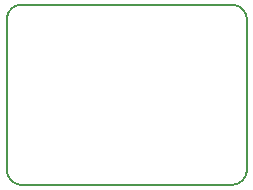
<source format=gko>
G04*
G04 #@! TF.GenerationSoftware,Altium Limited,Altium Designer,23.2.1 (34)*
G04*
G04 Layer_Color=16711935*
%FSLAX44Y44*%
%MOMM*%
G71*
G04*
G04 #@! TF.SameCoordinates,7A8B7A28-FB81-42DE-AEC7-513869FFDE84*
G04*
G04*
G04 #@! TF.FilePolarity,Positive*
G04*
G01*
G75*
%ADD39C,0.1270*%
D39*
X85392Y72091D02*
G03*
X86044Y72074I652J12569D01*
G01*
X84529Y72166D02*
G03*
X85392Y72091I1508J12364D01*
G01*
X73676Y83826D02*
G03*
X84529Y72166I12371J634D01*
G01*
X73660Y84459D02*
G03*
X73676Y83826I12588J-1D01*
G01*
X73677Y212743D02*
G03*
X73660Y212090I12569J-652D01*
G01*
X73752Y213605D02*
G03*
X73677Y212743I12364J-1508D01*
G01*
X85412Y224458D02*
G03*
X73752Y213605I634J-12371D01*
G01*
X86044Y224474D02*
G03*
X85412Y224458I-1J-12588D01*
G01*
X265128Y224457D02*
G03*
X264476Y224474I-652J-12569D01*
G01*
X265991Y224382D02*
G03*
X265128Y224457I-1508J-12364D01*
G01*
X276844Y212722D02*
G03*
X265991Y224382I-12371J-634D01*
G01*
X276860Y212090D02*
G03*
X276844Y212722I-12588J1D01*
G01*
X276843Y83806D02*
G03*
X276860Y84459I-12569J652D01*
G01*
X276768Y82943D02*
G03*
X276843Y83806I-12364J1508D01*
G01*
X265108Y72090D02*
G03*
X276768Y82943I-634J12371D01*
G01*
X264476Y72074D02*
G03*
X265108Y72090I1J12588D01*
G01*
X86044Y72074D02*
X264476D01*
X73660Y84459D02*
Y212090D01*
X86044Y224474D02*
X264476D01*
X276860Y84459D02*
Y212090D01*
M02*

</source>
